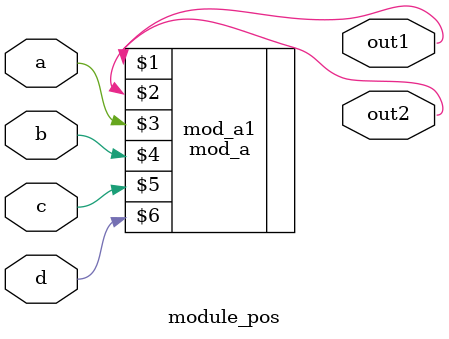
<source format=v>
module module_pos ( 
    input a, 
    input b, 
    input c,
    input d,
    output out1,
    output out2
);
    
    mod_a mod_a1 (out1,out2,a,b,c,d);

endmodule

</source>
